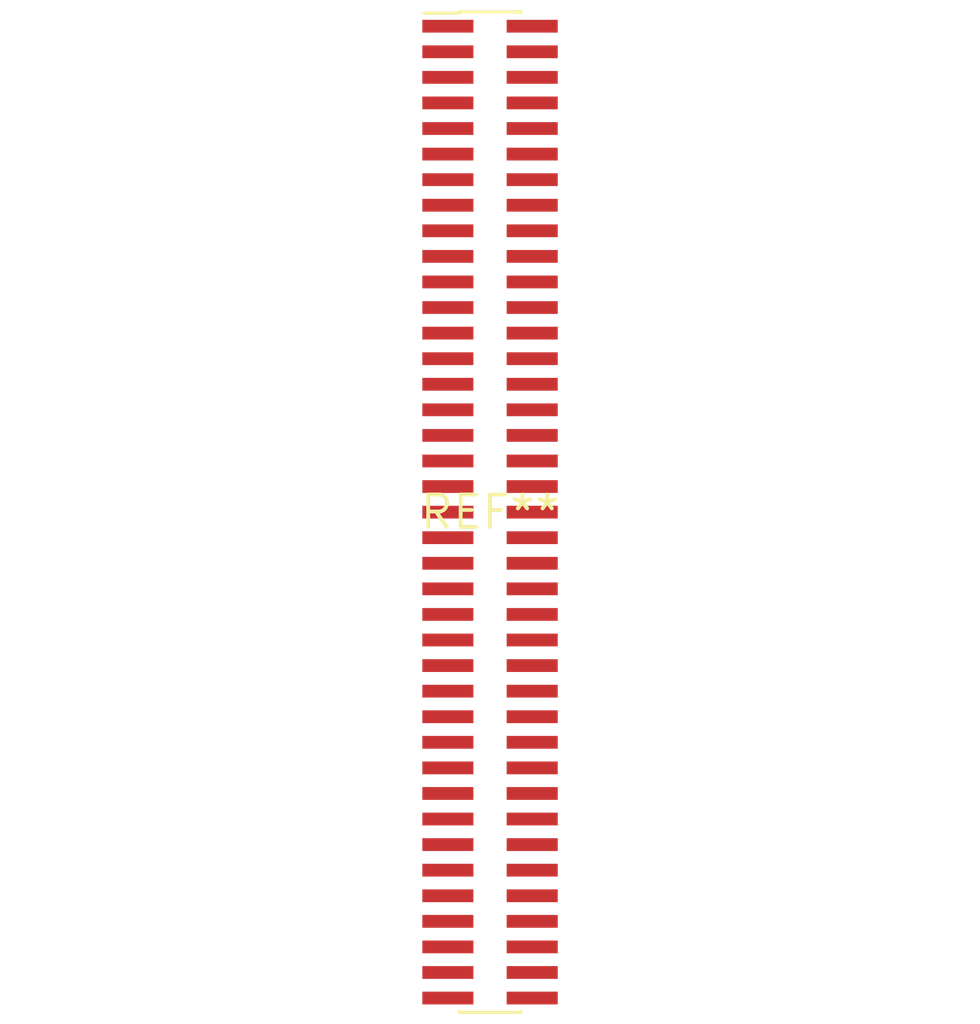
<source format=kicad_pcb>
(kicad_pcb (version 20240108) (generator pcbnew)
  (layers (0 "F.Cu" signal) (31 "B.Cu" signal) (34 "B.Paste" user) (35 "F.Paste" user) (36 "B.SilkS" user "B.Silkscreen") (37 "F.SilkS" user "F.Silkscreen") (38 "B.Mask" user) (39 "F.Mask" user) (44 "Edge.Cuts" user))
  (net 0 "")
  (footprint "PinHeader_2x39_P1.00mm_Vertical_SMD" (layer "F.Cu") (at 0 0)
    (property "Reference" "REF**")
    (property "Value" "PinHeader_2x39_P1.00mm_Vertical_SMD")
    (fp_line (start -2.59 -19.51) (end -1.21 -19.51) (layer "F.SilkS") (stroke (width 0.12)))
    (fp_line (start -1.21 -19.56) (end -1.21 -19.51) (layer "F.SilkS") (stroke (width 0.12)))
    (fp_line (start -1.21 -19.56) (end 1.21 -19.56) (layer "F.SilkS") (stroke (width 0.12)))
    (fp_line (start -1.21 19.51) (end -1.21 19.56) (layer "F.SilkS") (stroke (width 0.12)))
    (fp_line (start -1.21 19.56) (end 1.21 19.56) (layer "F.SilkS") (stroke (width 0.12)))
    (fp_line (start 1.21 -19.56) (end 1.21 -19.51) (layer "F.SilkS") (stroke (width 0.12)))
    (fp_line (start 1.21 19.51) (end 1.21 19.56) (layer "F.SilkS") (stroke (width 0.12)))
    (pad "1" smd rect (at -1.65 -19) (size 2 0.5) (layers "F.Cu" "F.Paste" "F.Mask"))
    (pad "2" smd rect (at 1.65 -19) (size 2 0.5) (layers "F.Cu" "F.Paste" "F.Mask"))
    (pad "3" smd rect (at -1.65 -18) (size 2 0.5) (layers "F.Cu" "F.Paste" "F.Mask"))
    (pad "4" smd rect (at 1.65 -18) (size 2 0.5) (layers "F.Cu" "F.Paste" "F.Mask"))
    (pad "5" smd rect (at -1.65 -17) (size 2 0.5) (layers "F.Cu" "F.Paste" "F.Mask"))
    (pad "6" smd rect (at 1.65 -17) (size 2 0.5) (layers "F.Cu" "F.Paste" "F.Mask"))
    (pad "7" smd rect (at -1.65 -16) (size 2 0.5) (layers "F.Cu" "F.Paste" "F.Mask"))
    (pad "8" smd rect (at 1.65 -16) (size 2 0.5) (layers "F.Cu" "F.Paste" "F.Mask"))
    (pad "9" smd rect (at -1.65 -15) (size 2 0.5) (layers "F.Cu" "F.Paste" "F.Mask"))
    (pad "10" smd rect (at 1.65 -15) (size 2 0.5) (layers "F.Cu" "F.Paste" "F.Mask"))
    (pad "11" smd rect (at -1.65 -14) (size 2 0.5) (layers "F.Cu" "F.Paste" "F.Mask"))
    (pad "12" smd rect (at 1.65 -14) (size 2 0.5) (layers "F.Cu" "F.Paste" "F.Mask"))
    (pad "13" smd rect (at -1.65 -13) (size 2 0.5) (layers "F.Cu" "F.Paste" "F.Mask"))
    (pad "14" smd rect (at 1.65 -13) (size 2 0.5) (layers "F.Cu" "F.Paste" "F.Mask"))
    (pad "15" smd rect (at -1.65 -12) (size 2 0.5) (layers "F.Cu" "F.Paste" "F.Mask"))
    (pad "16" smd rect (at 1.65 -12) (size 2 0.5) (layers "F.Cu" "F.Paste" "F.Mask"))
    (pad "17" smd rect (at -1.65 -11) (size 2 0.5) (layers "F.Cu" "F.Paste" "F.Mask"))
    (pad "18" smd rect (at 1.65 -11) (size 2 0.5) (layers "F.Cu" "F.Paste" "F.Mask"))
    (pad "19" smd rect (at -1.65 -10) (size 2 0.5) (layers "F.Cu" "F.Paste" "F.Mask"))
    (pad "20" smd rect (at 1.65 -10) (size 2 0.5) (layers "F.Cu" "F.Paste" "F.Mask"))
    (pad "21" smd rect (at -1.65 -9) (size 2 0.5) (layers "F.Cu" "F.Paste" "F.Mask"))
    (pad "22" smd rect (at 1.65 -9) (size 2 0.5) (layers "F.Cu" "F.Paste" "F.Mask"))
    (pad "23" smd rect (at -1.65 -8) (size 2 0.5) (layers "F.Cu" "F.Paste" "F.Mask"))
    (pad "24" smd rect (at 1.65 -8) (size 2 0.5) (layers "F.Cu" "F.Paste" "F.Mask"))
    (pad "25" smd rect (at -1.65 -7) (size 2 0.5) (layers "F.Cu" "F.Paste" "F.Mask"))
    (pad "26" smd rect (at 1.65 -7) (size 2 0.5) (layers "F.Cu" "F.Paste" "F.Mask"))
    (pad "27" smd rect (at -1.65 -6) (size 2 0.5) (layers "F.Cu" "F.Paste" "F.Mask"))
    (pad "28" smd rect (at 1.65 -6) (size 2 0.5) (layers "F.Cu" "F.Paste" "F.Mask"))
    (pad "29" smd rect (at -1.65 -5) (size 2 0.5) (layers "F.Cu" "F.Paste" "F.Mask"))
    (pad "30" smd rect (at 1.65 -5) (size 2 0.5) (layers "F.Cu" "F.Paste" "F.Mask"))
    (pad "31" smd rect (at -1.65 -4) (size 2 0.5) (layers "F.Cu" "F.Paste" "F.Mask"))
    (pad "32" smd rect (at 1.65 -4) (size 2 0.5) (layers "F.Cu" "F.Paste" "F.Mask"))
    (pad "33" smd rect (at -1.65 -3) (size 2 0.5) (layers "F.Cu" "F.Paste" "F.Mask"))
    (pad "34" smd rect (at 1.65 -3) (size 2 0.5) (layers "F.Cu" "F.Paste" "F.Mask"))
    (pad "35" smd rect (at -1.65 -2) (size 2 0.5) (layers "F.Cu" "F.Paste" "F.Mask"))
    (pad "36" smd rect (at 1.65 -2) (size 2 0.5) (layers "F.Cu" "F.Paste" "F.Mask"))
    (pad "37" smd rect (at -1.65 -1) (size 2 0.5) (layers "F.Cu" "F.Paste" "F.Mask"))
    (pad "38" smd rect (at 1.65 -1) (size 2 0.5) (layers "F.Cu" "F.Paste" "F.Mask"))
    (pad "39" smd rect (at -1.65 0) (size 2 0.5) (layers "F.Cu" "F.Paste" "F.Mask"))
    (pad "40" smd rect (at 1.65 0) (size 2 0.5) (layers "F.Cu" "F.Paste" "F.Mask"))
    (pad "41" smd rect (at -1.65 1) (size 2 0.5) (layers "F.Cu" "F.Paste" "F.Mask"))
    (pad "42" smd rect (at 1.65 1) (size 2 0.5) (layers "F.Cu" "F.Paste" "F.Mask"))
    (pad "43" smd rect (at -1.65 2) (size 2 0.5) (layers "F.Cu" "F.Paste" "F.Mask"))
    (pad "44" smd rect (at 1.65 2) (size 2 0.5) (layers "F.Cu" "F.Paste" "F.Mask"))
    (pad "45" smd rect (at -1.65 3) (size 2 0.5) (layers "F.Cu" "F.Paste" "F.Mask"))
    (pad "46" smd rect (at 1.65 3) (size 2 0.5) (layers "F.Cu" "F.Paste" "F.Mask"))
    (pad "47" smd rect (at -1.65 4) (size 2 0.5) (layers "F.Cu" "F.Paste" "F.Mask"))
    (pad "48" smd rect (at 1.65 4) (size 2 0.5) (layers "F.Cu" "F.Paste" "F.Mask"))
    (pad "49" smd rect (at -1.65 5) (size 2 0.5) (layers "F.Cu" "F.Paste" "F.Mask"))
    (pad "50" smd rect (at 1.65 5) (size 2 0.5) (layers "F.Cu" "F.Paste" "F.Mask"))
    (pad "51" smd rect (at -1.65 6) (size 2 0.5) (layers "F.Cu" "F.Paste" "F.Mask"))
    (pad "52" smd rect (at 1.65 6) (size 2 0.5) (layers "F.Cu" "F.Paste" "F.Mask"))
    (pad "53" smd rect (at -1.65 7) (size 2 0.5) (layers "F.Cu" "F.Paste" "F.Mask"))
    (pad "54" smd rect (at 1.65 7) (size 2 0.5) (layers "F.Cu" "F.Paste" "F.Mask"))
    (pad "55" smd rect (at -1.65 8) (size 2 0.5) (layers "F.Cu" "F.Paste" "F.Mask"))
    (pad "56" smd rect (at 1.65 8) (size 2 0.5) (layers "F.Cu" "F.Paste" "F.Mask"))
    (pad "57" smd rect (at -1.65 9) (size 2 0.5) (layers "F.Cu" "F.Paste" "F.Mask"))
    (pad "58" smd rect (at 1.65 9) (size 2 0.5) (layers "F.Cu" "F.Paste" "F.Mask"))
    (pad "59" smd rect (at -1.65 10) (size 2 0.5) (layers "F.Cu" "F.Paste" "F.Mask"))
    (pad "60" smd rect (at 1.65 10) (size 2 0.5) (layers "F.Cu" "F.Paste" "F.Mask"))
    (pad "61" smd rect (at -1.65 11) (size 2 0.5) (layers "F.Cu" "F.Paste" "F.Mask"))
    (pad "62" smd rect (at 1.65 11) (size 2 0.5) (layers "F.Cu" "F.Paste" "F.Mask"))
    (pad "63" smd rect (at -1.65 12) (size 2 0.5) (layers "F.Cu" "F.Paste" "F.Mask"))
    (pad "64" smd rect (at 1.65 12) (size 2 0.5) (layers "F.Cu" "F.Paste" "F.Mask"))
    (pad "65" smd rect (at -1.65 13) (size 2 0.5) (layers "F.Cu" "F.Paste" "F.Mask"))
    (pad "66" smd rect (at 1.65 13) (size 2 0.5) (layers "F.Cu" "F.Paste" "F.Mask"))
    (pad "67" smd rect (at -1.65 14) (size 2 0.5) (layers "F.Cu" "F.Paste" "F.Mask"))
    (pad "68" smd rect (at 1.65 14) (size 2 0.5) (layers "F.Cu" "F.Paste" "F.Mask"))
    (pad "69" smd rect (at -1.65 15) (size 2 0.5) (layers "F.Cu" "F.Paste" "F.Mask"))
    (pad "70" smd rect (at 1.65 15) (size 2 0.5) (layers "F.Cu" "F.Paste" "F.Mask"))
    (pad "71" smd rect (at -1.65 16) (size 2 0.5) (layers "F.Cu" "F.Paste" "F.Mask"))
    (pad "72" smd rect (at 1.65 16) (size 2 0.5) (layers "F.Cu" "F.Paste" "F.Mask"))
    (pad "73" smd rect (at -1.65 17) (size 2 0.5) (layers "F.Cu" "F.Paste" "F.Mask"))
    (pad "74" smd rect (at 1.65 17) (size 2 0.5) (layers "F.Cu" "F.Paste" "F.Mask"))
    (pad "75" smd rect (at -1.65 18) (size 2 0.5) (layers "F.Cu" "F.Paste" "F.Mask"))
    (pad "76" smd rect (at 1.65 18) (size 2 0.5) (layers "F.Cu" "F.Paste" "F.Mask"))
    (pad "77" smd rect (at -1.65 19) (size 2 0.5) (layers "F.Cu" "F.Paste" "F.Mask"))
    (pad "78" smd rect (at 1.65 19) (size 2 0.5) (layers "F.Cu" "F.Paste" "F.Mask"))
  )
)
</source>
